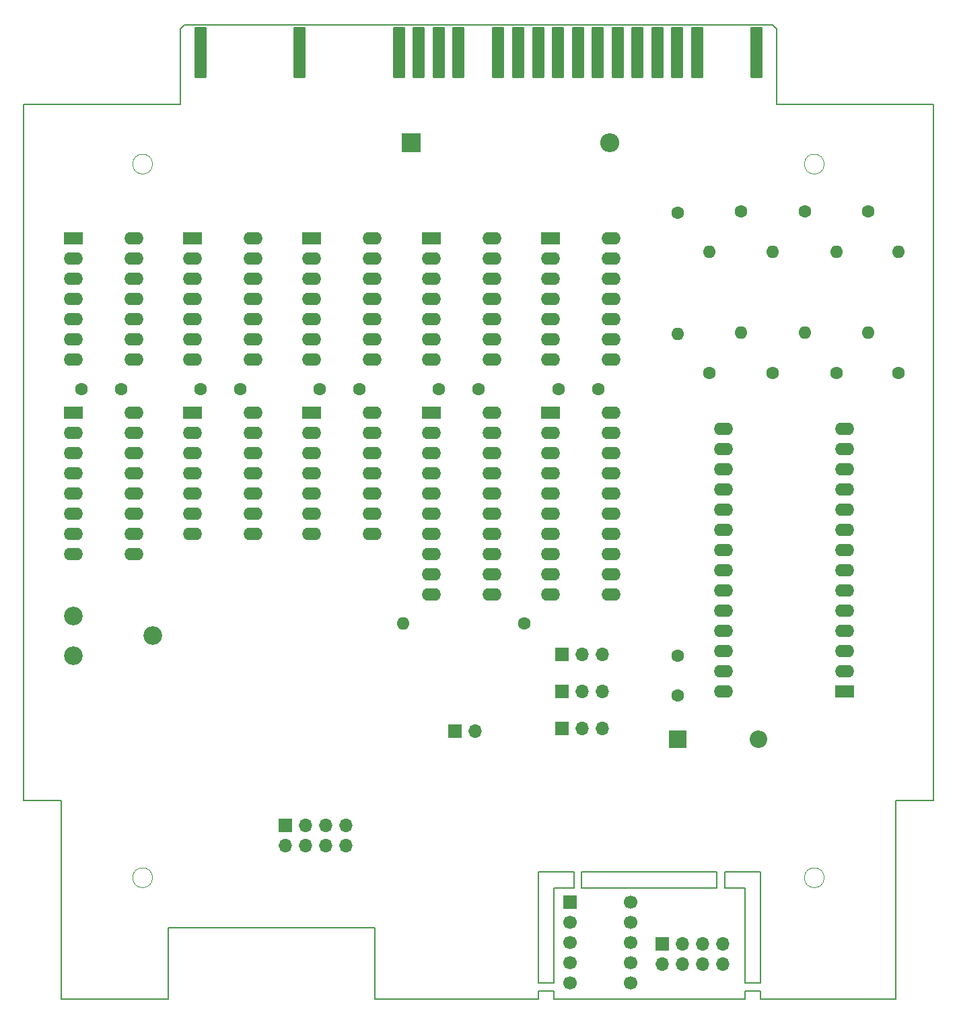
<source format=gbr>
%TF.GenerationSoftware,KiCad,Pcbnew,8.0.2*%
%TF.CreationDate,2024-05-12T21:20:15+02:00*%
%TF.ProjectId,M062.2,4d303632-2e32-42e6-9b69-6361645f7063,2*%
%TF.SameCoordinates,Original*%
%TF.FileFunction,Soldermask,Top*%
%TF.FilePolarity,Negative*%
%FSLAX46Y46*%
G04 Gerber Fmt 4.6, Leading zero omitted, Abs format (unit mm)*
G04 Created by KiCad (PCBNEW 8.0.2) date 2024-05-12 21:20:15*
%MOMM*%
%LPD*%
G01*
G04 APERTURE LIST*
G04 Aperture macros list*
%AMRoundRect*
0 Rectangle with rounded corners*
0 $1 Rounding radius*
0 $2 $3 $4 $5 $6 $7 $8 $9 X,Y pos of 4 corners*
0 Add a 4 corners polygon primitive as box body*
4,1,4,$2,$3,$4,$5,$6,$7,$8,$9,$2,$3,0*
0 Add four circle primitives for the rounded corners*
1,1,$1+$1,$2,$3*
1,1,$1+$1,$4,$5*
1,1,$1+$1,$6,$7*
1,1,$1+$1,$8,$9*
0 Add four rect primitives between the rounded corners*
20,1,$1+$1,$2,$3,$4,$5,0*
20,1,$1+$1,$4,$5,$6,$7,0*
20,1,$1+$1,$6,$7,$8,$9,0*
20,1,$1+$1,$8,$9,$2,$3,0*%
G04 Aperture macros list end*
%ADD10C,2.340000*%
%ADD11R,2.400000X1.600000*%
%ADD12O,2.400000X1.600000*%
%ADD13C,1.600000*%
%ADD14O,1.600000X1.600000*%
%ADD15R,2.400000X2.400000*%
%ADD16O,2.400000X2.400000*%
%ADD17RoundRect,0.150000X-0.600000X-3.100000X0.600000X-3.100000X0.600000X3.100000X-0.600000X3.100000X0*%
%ADD18R,1.700000X1.700000*%
%ADD19C,1.700000*%
%ADD20O,1.700000X1.700000*%
%ADD21R,2.200000X2.200000*%
%ADD22O,2.200000X2.200000*%
%TA.AperFunction,Profile*%
%ADD23C,0.150000*%
%TD*%
%TA.AperFunction,Profile*%
%ADD24C,0.120000*%
%TD*%
G04 APERTURE END LIST*
D10*
%TO.C,RV1*%
X101000000Y-120500000D03*
X111000000Y-118000000D03*
X101000000Y-115500000D03*
%TD*%
D11*
%TO.C,U1*%
X116000000Y-68000000D03*
D12*
X116000000Y-70540000D03*
X116000000Y-73080000D03*
X116000000Y-75620000D03*
X116000000Y-78160000D03*
X116000000Y-80700000D03*
X116000000Y-83240000D03*
X123620000Y-83240000D03*
X123620000Y-80700000D03*
X123620000Y-78160000D03*
X123620000Y-75620000D03*
X123620000Y-73080000D03*
X123620000Y-70540000D03*
X123620000Y-68000000D03*
%TD*%
D13*
%TO.C,R6*%
X185000000Y-64680000D03*
D14*
X185000000Y-79920000D03*
%TD*%
D13*
%TO.C,R3*%
X197000000Y-85000000D03*
D14*
X197000000Y-69760000D03*
%TD*%
D15*
%TO.C,C1*%
X143500000Y-56000000D03*
D16*
X168500000Y-56000000D03*
%TD*%
D17*
%TO.C,X1*%
X186960000Y-44700000D03*
X179460000Y-44700000D03*
X176960000Y-44700000D03*
X174460000Y-44700000D03*
X171960000Y-44700000D03*
X169460000Y-44700000D03*
X166960000Y-44700000D03*
X164460000Y-44700000D03*
X161960000Y-44700000D03*
X159460000Y-44700000D03*
X156960000Y-44700000D03*
X154460000Y-44700000D03*
X149460000Y-44700000D03*
X146960000Y-44700000D03*
X144460000Y-44700000D03*
X141960000Y-44700000D03*
X129460000Y-44700000D03*
X116960000Y-44700000D03*
%TD*%
D13*
%TO.C,R9*%
X157740000Y-116500000D03*
D14*
X142500000Y-116500000D03*
%TD*%
D13*
%TO.C,R7*%
X181000000Y-85000000D03*
D14*
X181000000Y-69760000D03*
%TD*%
D18*
%TO.C,U12*%
X163500000Y-151500000D03*
D19*
X163500000Y-154040000D03*
X163500000Y-156580000D03*
X163500000Y-159120000D03*
X163500000Y-161660000D03*
X171120000Y-161660000D03*
X171120000Y-159120000D03*
X171120000Y-156580000D03*
X171120000Y-154040000D03*
X171120000Y-151500000D03*
%TD*%
D11*
%TO.C,U11*%
X198000000Y-125000000D03*
D12*
X198000000Y-122460000D03*
X198000000Y-119920000D03*
X198000000Y-117380000D03*
X198000000Y-114840000D03*
X198000000Y-112300000D03*
X198000000Y-109760000D03*
X198000000Y-107220000D03*
X198000000Y-104680000D03*
X198000000Y-102140000D03*
X198000000Y-99600000D03*
X198000000Y-97060000D03*
X198000000Y-94520000D03*
X198000000Y-91980000D03*
X182760000Y-91980000D03*
X182760000Y-94520000D03*
X182760000Y-97060000D03*
X182760000Y-99600000D03*
X182760000Y-102140000D03*
X182760000Y-104680000D03*
X182760000Y-107220000D03*
X182760000Y-109760000D03*
X182760000Y-112300000D03*
X182760000Y-114840000D03*
X182760000Y-117380000D03*
X182760000Y-119920000D03*
X182760000Y-122460000D03*
X182760000Y-125000000D03*
%TD*%
D13*
%TO.C,R1*%
X204760000Y-85000000D03*
D14*
X204760000Y-69760000D03*
%TD*%
D13*
%TO.C,R2*%
X201000000Y-64680000D03*
D14*
X201000000Y-79920000D03*
%TD*%
D11*
%TO.C,U9*%
X131000000Y-68000000D03*
D12*
X131000000Y-70540000D03*
X131000000Y-73080000D03*
X131000000Y-75620000D03*
X131000000Y-78160000D03*
X131000000Y-80700000D03*
X131000000Y-83240000D03*
X138620000Y-83240000D03*
X138620000Y-80700000D03*
X138620000Y-78160000D03*
X138620000Y-75620000D03*
X138620000Y-73080000D03*
X138620000Y-70540000D03*
X138620000Y-68000000D03*
%TD*%
D18*
%TO.C,JP4*%
X162475000Y-120350000D03*
D20*
X165015000Y-120350000D03*
X167555000Y-120350000D03*
%TD*%
D11*
%TO.C,U2*%
X146000000Y-68000000D03*
D12*
X146000000Y-70540000D03*
X146000000Y-73080000D03*
X146000000Y-75620000D03*
X146000000Y-78160000D03*
X146000000Y-80700000D03*
X146000000Y-83240000D03*
X153620000Y-83240000D03*
X153620000Y-80700000D03*
X153620000Y-78160000D03*
X153620000Y-75620000D03*
X153620000Y-73080000D03*
X153620000Y-70540000D03*
X153620000Y-68000000D03*
%TD*%
D21*
%TO.C,D1*%
X177000000Y-131000000D03*
D22*
X187160000Y-131000000D03*
%TD*%
D13*
%TO.C,C7*%
X177000000Y-125500000D03*
X177000000Y-120500000D03*
%TD*%
D11*
%TO.C,U3*%
X116000000Y-90000000D03*
D12*
X116000000Y-92540000D03*
X116000000Y-95080000D03*
X116000000Y-97620000D03*
X116000000Y-100160000D03*
X116000000Y-102700000D03*
X116000000Y-105240000D03*
X123620000Y-105240000D03*
X123620000Y-102700000D03*
X123620000Y-100160000D03*
X123620000Y-97620000D03*
X123620000Y-95080000D03*
X123620000Y-92540000D03*
X123620000Y-90000000D03*
%TD*%
D18*
%TO.C,JP2*%
X149000000Y-130000000D03*
D20*
X151540000Y-130000000D03*
%TD*%
D13*
%TO.C,C5*%
X152000000Y-87000000D03*
X147000000Y-87000000D03*
%TD*%
D18*
%TO.C,J1*%
X127650000Y-141875000D03*
D20*
X127650000Y-144415000D03*
X130190000Y-141875000D03*
X130190000Y-144415000D03*
X132730000Y-141875000D03*
X132730000Y-144415000D03*
X135270000Y-141875000D03*
X135270000Y-144415000D03*
%TD*%
D11*
%TO.C,U5*%
X101000000Y-90000000D03*
D12*
X101000000Y-92540000D03*
X101000000Y-95080000D03*
X101000000Y-97620000D03*
X101000000Y-100160000D03*
X101000000Y-102700000D03*
X101000000Y-105240000D03*
X101000000Y-107780000D03*
X108620000Y-107780000D03*
X108620000Y-105240000D03*
X108620000Y-102700000D03*
X108620000Y-100160000D03*
X108620000Y-97620000D03*
X108620000Y-95080000D03*
X108620000Y-92540000D03*
X108620000Y-90000000D03*
%TD*%
D13*
%TO.C,R4*%
X193000000Y-64680000D03*
D14*
X193000000Y-79920000D03*
%TD*%
D13*
%TO.C,C2*%
X107000000Y-87000000D03*
X102000000Y-87000000D03*
%TD*%
D11*
%TO.C,U8*%
X101000000Y-68000000D03*
D12*
X101000000Y-70540000D03*
X101000000Y-73080000D03*
X101000000Y-75620000D03*
X101000000Y-78160000D03*
X101000000Y-80700000D03*
X101000000Y-83240000D03*
X108620000Y-83240000D03*
X108620000Y-80700000D03*
X108620000Y-78160000D03*
X108620000Y-75620000D03*
X108620000Y-73080000D03*
X108620000Y-70540000D03*
X108620000Y-68000000D03*
%TD*%
D13*
%TO.C,R8*%
X177000000Y-64840000D03*
D14*
X177000000Y-80080000D03*
%TD*%
D11*
%TO.C,U7*%
X161000000Y-90000000D03*
D12*
X161000000Y-92540000D03*
X161000000Y-95080000D03*
X161000000Y-97620000D03*
X161000000Y-100160000D03*
X161000000Y-102700000D03*
X161000000Y-105240000D03*
X161000000Y-107780000D03*
X161000000Y-110320000D03*
X161000000Y-112860000D03*
X168620000Y-112860000D03*
X168620000Y-110320000D03*
X168620000Y-107780000D03*
X168620000Y-105240000D03*
X168620000Y-102700000D03*
X168620000Y-100160000D03*
X168620000Y-97620000D03*
X168620000Y-95080000D03*
X168620000Y-92540000D03*
X168620000Y-90000000D03*
%TD*%
D13*
%TO.C,R5*%
X189000000Y-85000000D03*
D14*
X189000000Y-69760000D03*
%TD*%
D13*
%TO.C,C6*%
X167000000Y-87000000D03*
X162000000Y-87000000D03*
%TD*%
%TO.C,C3*%
X122000000Y-87000000D03*
X117000000Y-87000000D03*
%TD*%
D11*
%TO.C,U4*%
X161000000Y-68000000D03*
D12*
X161000000Y-70540000D03*
X161000000Y-73080000D03*
X161000000Y-75620000D03*
X161000000Y-78160000D03*
X161000000Y-80700000D03*
X161000000Y-83240000D03*
X168620000Y-83240000D03*
X168620000Y-80700000D03*
X168620000Y-78160000D03*
X168620000Y-75620000D03*
X168620000Y-73080000D03*
X168620000Y-70540000D03*
X168620000Y-68000000D03*
%TD*%
D13*
%TO.C,C4*%
X137000000Y-87000000D03*
X132000000Y-87000000D03*
%TD*%
D11*
%TO.C,U10*%
X146000000Y-90000000D03*
D12*
X146000000Y-92540000D03*
X146000000Y-95080000D03*
X146000000Y-97620000D03*
X146000000Y-100160000D03*
X146000000Y-102700000D03*
X146000000Y-105240000D03*
X146000000Y-107780000D03*
X146000000Y-110320000D03*
X146000000Y-112860000D03*
X153620000Y-112860000D03*
X153620000Y-110320000D03*
X153620000Y-107780000D03*
X153620000Y-105240000D03*
X153620000Y-102700000D03*
X153620000Y-100160000D03*
X153620000Y-97620000D03*
X153620000Y-95080000D03*
X153620000Y-92540000D03*
X153620000Y-90000000D03*
%TD*%
D18*
%TO.C,JP1*%
X162475000Y-129650000D03*
D20*
X165015000Y-129650000D03*
X167555000Y-129650000D03*
%TD*%
D18*
%TO.C,JP3*%
X162475000Y-125000000D03*
D20*
X165015000Y-125000000D03*
X167555000Y-125000000D03*
%TD*%
D11*
%TO.C,U6*%
X131000000Y-90000000D03*
D12*
X131000000Y-92540000D03*
X131000000Y-95080000D03*
X131000000Y-97620000D03*
X131000000Y-100160000D03*
X131000000Y-102700000D03*
X131000000Y-105240000D03*
X138620000Y-105240000D03*
X138620000Y-102700000D03*
X138620000Y-100160000D03*
X138620000Y-97620000D03*
X138620000Y-95080000D03*
X138620000Y-92540000D03*
X138620000Y-90000000D03*
%TD*%
D18*
%TO.C,J2*%
X175080000Y-156760000D03*
D20*
X175080000Y-159300000D03*
X177620000Y-156760000D03*
X177620000Y-159300000D03*
X180160000Y-156760000D03*
X180160000Y-159300000D03*
X182700000Y-156760000D03*
X182700000Y-159300000D03*
%TD*%
D23*
%TO.C,X1*%
X94710000Y-51200000D02*
X94710000Y-138700000D01*
X99460000Y-138700000D02*
X94710000Y-138700000D01*
X99460000Y-138700000D02*
X99460000Y-163700000D01*
X112960000Y-154700000D02*
X112960000Y-163700000D01*
X112960000Y-154700000D02*
X138960000Y-154700000D01*
X112960000Y-163700000D02*
X99460000Y-163700000D01*
X114460000Y-41700000D02*
X114960000Y-41200000D01*
X114460000Y-51200000D02*
X94710000Y-51200000D01*
X114460000Y-51200000D02*
X114460000Y-41700000D01*
X114960000Y-41200000D02*
X188960000Y-41200000D01*
X138960000Y-154700000D02*
X138960000Y-163700000D01*
X159460000Y-147700000D02*
X159460000Y-161700000D01*
X159460000Y-161700000D02*
X161460000Y-161700000D01*
X159460000Y-162700000D02*
X159460000Y-163700000D01*
X159460000Y-162700000D02*
X161460000Y-162700000D01*
X159460000Y-163700000D02*
X138960000Y-163700000D01*
X161460000Y-149700000D02*
X161460000Y-161700000D01*
X161460000Y-162700000D02*
X161460000Y-163700000D01*
X163960000Y-147700000D02*
X159460000Y-147700000D01*
X163960000Y-147700000D02*
X163960000Y-149700000D01*
X163960000Y-149700000D02*
X161460000Y-149700000D01*
X164960000Y-147700000D02*
X164960000Y-149700000D01*
X164960000Y-147700000D02*
X181960000Y-147700000D01*
X164960000Y-149700000D02*
X181960000Y-149700000D01*
X181960000Y-149700000D02*
X181960000Y-147700000D01*
X182960000Y-147700000D02*
X187460000Y-147700000D01*
X182960000Y-149700000D02*
X182960000Y-147700000D01*
X182960000Y-149700000D02*
X185460000Y-149700000D01*
X185460000Y-149700000D02*
X185460000Y-161700000D01*
X185460000Y-161700000D02*
X187460000Y-161700000D01*
X185460000Y-162700000D02*
X185460000Y-163700000D01*
X185460000Y-162700000D02*
X187460000Y-162700000D01*
X185460000Y-163700000D02*
X161460000Y-163700000D01*
X187460000Y-147700000D02*
X187460000Y-161700000D01*
X187460000Y-162700000D02*
X187460000Y-163700000D01*
X189460000Y-41700000D02*
X188960000Y-41200000D01*
X189460000Y-41700000D02*
X189460000Y-51200000D01*
X189460000Y-51200000D02*
X209210000Y-51200000D01*
X204460000Y-138700000D02*
X204460000Y-163700000D01*
X204460000Y-163700000D02*
X187460000Y-163700000D01*
X209210000Y-51200000D02*
X209210000Y-138700000D01*
X209210000Y-138700000D02*
X204460000Y-138700000D01*
D24*
X110960000Y-58700000D02*
G75*
G02*
X108460000Y-58700000I-1250000J0D01*
G01*
X108460000Y-58700000D02*
G75*
G02*
X110960000Y-58700000I1250000J0D01*
G01*
X110960000Y-148450000D02*
G75*
G02*
X108460000Y-148450000I-1250000J0D01*
G01*
X108460000Y-148450000D02*
G75*
G02*
X110960000Y-148450000I1250000J0D01*
G01*
X195460000Y-58700000D02*
G75*
G02*
X192960000Y-58700000I-1250000J0D01*
G01*
X192960000Y-58700000D02*
G75*
G02*
X195460000Y-58700000I1250000J0D01*
G01*
X195460000Y-148450000D02*
G75*
G02*
X192960000Y-148450000I-1250000J0D01*
G01*
X192960000Y-148450000D02*
G75*
G02*
X195460000Y-148450000I1250000J0D01*
G01*
%TD*%
M02*

</source>
